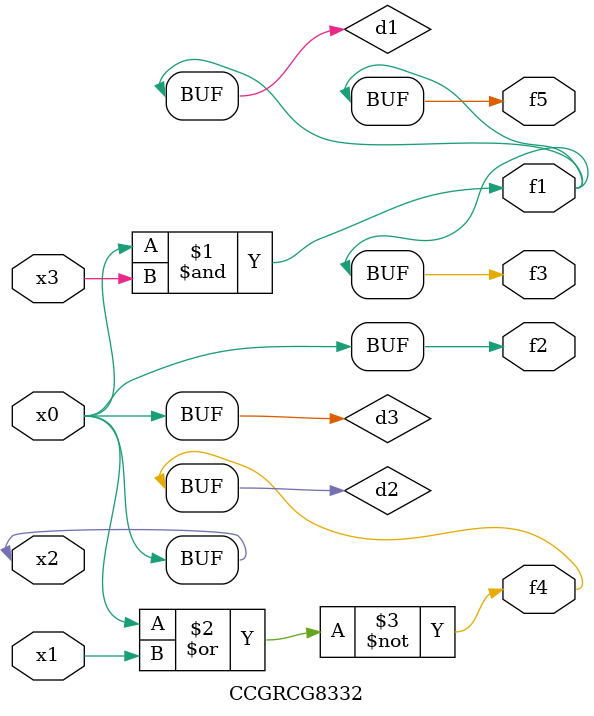
<source format=v>
module CCGRCG8332(
	input x0, x1, x2, x3,
	output f1, f2, f3, f4, f5
);

	wire d1, d2, d3;

	and (d1, x2, x3);
	nor (d2, x0, x1);
	buf (d3, x0, x2);
	assign f1 = d1;
	assign f2 = d3;
	assign f3 = d1;
	assign f4 = d2;
	assign f5 = d1;
endmodule

</source>
